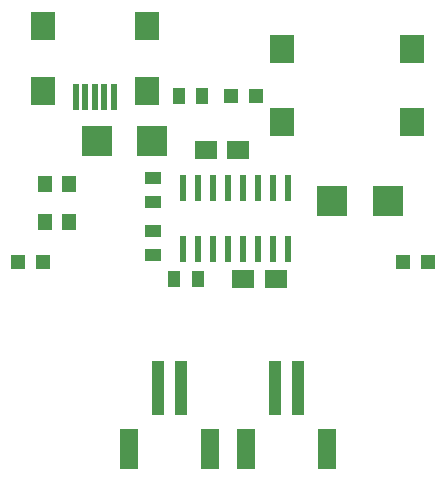
<source format=gbr>
G04 EAGLE Gerber RS-274X export*
G75*
%MOMM*%
%FSLAX34Y34*%
%LPD*%
%INSolderpaste Top*%
%IPPOS*%
%AMOC8*
5,1,8,0,0,1.08239X$1,22.5*%
G01*
%ADD10R,1.000000X4.600000*%
%ADD11R,1.600000X3.400000*%
%ADD12R,2.540000X2.540000*%
%ADD13R,1.950000X1.500000*%
%ADD14R,2.000000X2.400000*%
%ADD15R,0.500000X2.308000*%
%ADD16R,1.200000X1.200000*%
%ADD17R,1.100000X1.400000*%
%ADD18R,0.600000X2.200000*%
%ADD19R,1.200000X1.400000*%
%ADD20R,1.400000X1.100000*%


D10*
X182720Y71290D03*
X162720Y71290D03*
D11*
X206720Y19290D03*
X138720Y19290D03*
D10*
X281780Y71290D03*
X261780Y71290D03*
D11*
X305780Y19290D03*
X237780Y19290D03*
D12*
X310515Y229870D03*
X357505Y229870D03*
D13*
X230920Y273050D03*
X203420Y273050D03*
D14*
X153220Y323140D03*
D15*
X125220Y317500D03*
X117220Y317500D03*
X109220Y317500D03*
X101220Y317500D03*
X93220Y317500D03*
D14*
X153220Y378140D03*
X65220Y323140D03*
X65220Y378140D03*
D13*
X235170Y163830D03*
X262670Y163830D03*
D12*
X158115Y280670D03*
X111125Y280670D03*
D14*
X377580Y358140D03*
X377580Y296140D03*
X267580Y296140D03*
X267580Y358140D03*
D16*
X245450Y318770D03*
X224450Y318770D03*
D17*
X180500Y318770D03*
X200500Y318770D03*
D18*
X260350Y240630D03*
X234950Y188630D03*
X273050Y240630D03*
X247650Y240630D03*
X234950Y240630D03*
X247650Y188630D03*
X222250Y188630D03*
X209550Y188630D03*
X209550Y240630D03*
X184150Y188630D03*
X222250Y240630D03*
X196850Y240630D03*
X196850Y188630D03*
X184150Y240630D03*
X260350Y188630D03*
X273050Y188630D03*
D19*
X67216Y243840D03*
X87724Y243840D03*
D16*
X391500Y177800D03*
X370500Y177800D03*
X44110Y177800D03*
X65110Y177800D03*
D17*
X196690Y163830D03*
X176690Y163830D03*
D20*
X158750Y184310D03*
X158750Y204310D03*
X158750Y228760D03*
X158750Y248760D03*
D19*
X67216Y212090D03*
X87724Y212090D03*
M02*

</source>
